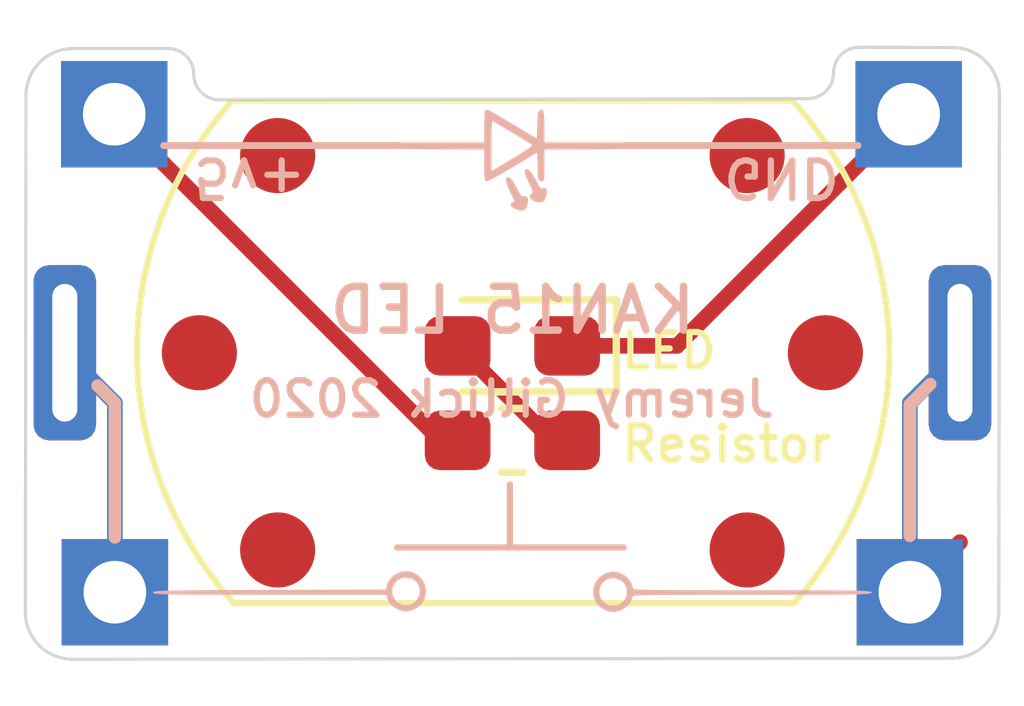
<source format=kicad_pcb>
(kicad_pcb (version 20171130) (host pcbnew "(5.1.6-0-10_14)")

  (general
    (thickness 1.6)
    (drawings 24)
    (tracks 11)
    (zones 0)
    (modules 10)
    (nets 6)
  )

  (page A4)
  (layers
    (0 F.Cu signal)
    (31 B.Cu signal)
    (32 B.Adhes user)
    (33 F.Adhes user)
    (34 B.Paste user)
    (35 F.Paste user)
    (36 B.SilkS user)
    (37 F.SilkS user)
    (38 B.Mask user)
    (39 F.Mask user)
    (40 Dwgs.User user)
    (41 Cmts.User user)
    (42 Eco1.User user)
    (43 Eco2.User user)
    (44 Edge.Cuts user)
    (45 Margin user)
    (46 B.CrtYd user)
    (47 F.CrtYd user)
    (48 B.Fab user)
    (49 F.Fab user hide)
  )

  (setup
    (last_trace_width 0.25)
    (trace_clearance 0.2)
    (zone_clearance 0.508)
    (zone_45_only no)
    (trace_min 0.2)
    (via_size 0.8)
    (via_drill 0.4)
    (via_min_size 0.4)
    (via_min_drill 0.3)
    (uvia_size 0.3)
    (uvia_drill 0.1)
    (uvias_allowed no)
    (uvia_min_size 0.2)
    (uvia_min_drill 0.1)
    (edge_width 0.05)
    (segment_width 0.2)
    (pcb_text_width 0.3)
    (pcb_text_size 1.5 1.5)
    (mod_edge_width 0.12)
    (mod_text_size 1 1)
    (mod_text_width 0.15)
    (pad_size 1.524 1.524)
    (pad_drill 0.762)
    (pad_to_mask_clearance 0.05)
    (aux_axis_origin 0 0)
    (visible_elements FFFFFF7F)
    (pcbplotparams
      (layerselection 0x010fc_ffffffff)
      (usegerberextensions false)
      (usegerberattributes true)
      (usegerberadvancedattributes true)
      (creategerberjobfile true)
      (excludeedgelayer true)
      (linewidth 0.100000)
      (plotframeref false)
      (viasonmask false)
      (mode 1)
      (useauxorigin false)
      (hpglpennumber 1)
      (hpglpenspeed 20)
      (hpglpendiameter 15.000000)
      (psnegative false)
      (psa4output false)
      (plotreference true)
      (plotvalue true)
      (plotinvisibletext false)
      (padsonsilk false)
      (subtractmaskfromsilk false)
      (outputformat 1)
      (mirror false)
      (drillshape 1)
      (scaleselection 1)
      (outputdirectory ""))
  )

  (net 0 "")
  (net 1 "Net-(J2-Pad1)")
  (net 2 "Net-(J3-Pad1)")
  (net 3 "Net-(D1-Pad2)")
  (net 4 "Net-(D1-Pad1)")
  (net 5 "Net-(J1-Pad1)")

  (net_class Default "This is the default net class."
    (clearance 0.2)
    (trace_width 0.25)
    (via_dia 0.8)
    (via_drill 0.4)
    (uvia_dia 0.3)
    (uvia_drill 0.1)
    (add_net "Net-(D1-Pad1)")
    (add_net "Net-(D1-Pad2)")
    (add_net "Net-(J1-Pad1)")
    (add_net "Net-(J2-Pad1)")
    (add_net "Net-(J3-Pad1)")
  )

  (module project-lib:Connection_Points (layer F.Cu) (tedit 5F73D40D) (tstamp 5F73F167)
    (at 100 100)
    (fp_text reference ConnPoints (at -0.04 8.07) (layer F.SilkS) hide
      (effects (font (size 1 1) (thickness 0.15)))
    )
    (fp_text value Connection_Points (at 0 6.31) (layer F.Fab)
      (effects (font (size 1 1) (thickness 0.15)))
    )
    (pad "" smd circle (at 3.75 3.15) (size 1.2 1.2) (layers F.Cu F.Paste F.Mask))
    (pad "" smd circle (at 3.75 -3.15) (size 1.2 1.2) (layers F.Cu F.Paste F.Mask))
    (pad "" smd circle (at 5 0) (size 1.2 1.2) (layers F.Cu F.Paste F.Mask))
    (pad "" smd circle (at -3.75 3.15) (size 1.2 1.2) (layers F.Cu F.Paste F.Mask))
    (pad "" smd circle (at -3.75 -3.15) (size 1.2 1.2) (layers F.Cu F.Paste F.Mask))
    (pad "" smd circle (at -5 0) (size 1.2 1.2) (layers F.Cu F.Paste F.Mask))
  )

  (module project-lib:switch_large (layer B.Cu) (tedit 5F6450FA) (tstamp 5F6C9F01)
    (at 100 103.1 180)
    (fp_text reference Ref** (at 0.11 -3.65) (layer B.SilkS) hide
      (effects (font (size 1.27 1.27) (thickness 0.15)) (justify mirror))
    )
    (fp_text value Val** (at 0.16 1.74) (layer B.SilkS) hide
      (effects (font (size 1.27 1.27) (thickness 0.15)) (justify mirror))
    )
    (fp_line (start -1.778 -0.010583) (end 1.8415 -0.010583) (layer B.SilkS) (width 0.1))
    (fp_line (start 0.04 0.994833) (end 0.04 0.01) (layer B.SilkS) (width 0.1))
    (fp_circle (center 1.7 -0.709803) (end 1.97 -0.720133) (layer B.SilkS) (width 0.1))
    (fp_circle (center -1.610197 -0.71967) (end -1.340197 -0.73) (layer B.SilkS) (width 0.1))
    (fp_poly (pts (xy -1.509241 -0.447022) (xy -1.482501 -0.457219) (xy -1.396826 -0.512108) (xy -1.338378 -0.59145)
      (xy -1.309342 -0.685567) (xy -1.311902 -0.784779) (xy -1.348244 -0.879407) (xy -1.378026 -0.920013)
      (xy -1.412849 -0.957598) (xy -1.443762 -0.979864) (xy -1.483121 -0.990819) (xy -1.543285 -0.994473)
      (xy -1.608666 -0.994833) (xy -1.692253 -0.994006) (xy -1.745865 -0.988852) (xy -1.781861 -0.975362)
      (xy -1.8126 -0.949526) (xy -1.839307 -0.920013) (xy -1.878931 -0.86641) (xy -1.902319 -0.81839)
      (xy -1.905 -0.803597) (xy -1.905716 -0.796473) (xy -1.909579 -0.790212) (xy -1.919155 -0.78476)
      (xy -1.937013 -0.780059) (xy -1.965723 -0.776055) (xy -2.007852 -0.77269) (xy -2.065969 -0.769911)
      (xy -2.142642 -0.76766) (xy -2.24044 -0.765883) (xy -2.361932 -0.764522) (xy -2.509685 -0.763524)
      (xy -2.686269 -0.762831) (xy -2.894252 -0.762388) (xy -3.136202 -0.762139) (xy -3.414688 -0.762028)
      (xy -3.732279 -0.762) (xy -3.820583 -0.762) (xy -4.151792 -0.761938) (xy -4.443152 -0.761727)
      (xy -4.697148 -0.761324) (xy -4.916264 -0.760689) (xy -5.102985 -0.75978) (xy -5.259796 -0.758556)
      (xy -5.38918 -0.756977) (xy -5.493622 -0.755) (xy -5.575608 -0.752584) (xy -5.63762 -0.749689)
      (xy -5.682144 -0.746274) (xy -5.711665 -0.742296) (xy -5.728666 -0.737715) (xy -5.735633 -0.73249)
      (xy -5.736166 -0.73025) (xy -5.734958 -0.728457) (xy -1.845733 -0.728457) (xy -1.826951 -0.816076)
      (xy -1.776662 -0.886469) (xy -1.703948 -0.934429) (xy -1.617894 -0.954748) (xy -1.527582 -0.942219)
      (xy -1.49615 -0.928856) (xy -1.426729 -0.871883) (xy -1.385328 -0.7934) (xy -1.374639 -0.70543)
      (xy -1.397353 -0.620001) (xy -1.419302 -0.585447) (xy -1.489366 -0.525346) (xy -1.5712 -0.498639)
      (xy -1.655853 -0.502325) (xy -1.734376 -0.533402) (xy -1.797817 -0.588869) (xy -1.837227 -0.665724)
      (xy -1.845733 -0.728457) (xy -5.734958 -0.728457) (xy -5.732466 -0.72476) (xy -5.719708 -0.719931)
      (xy -5.695408 -0.715721) (xy -5.657081 -0.712089) (xy -5.602243 -0.708995) (xy -5.52841 -0.706395)
      (xy -5.433096 -0.704251) (xy -5.313818 -0.70252) (xy -5.168091 -0.701161) (xy -4.993431 -0.700133)
      (xy -4.787352 -0.699395) (xy -4.547371 -0.698906) (xy -4.271003 -0.698624) (xy -3.955764 -0.698509)
      (xy -3.820583 -0.6985) (xy -3.490178 -0.698445) (xy -3.199599 -0.698252) (xy -2.946338 -0.697877)
      (xy -2.727888 -0.697278) (xy -2.541741 -0.696412) (xy -2.38539 -0.695236) (xy -2.256327 -0.693707)
      (xy -2.152045 -0.691781) (xy -2.070036 -0.689417) (xy -2.007794 -0.686571) (xy -1.962809 -0.6832)
      (xy -1.932576 -0.679261) (xy -1.914586 -0.674712) (xy -1.906332 -0.669509) (xy -1.905 -0.665699)
      (xy -1.886096 -0.594199) (xy -1.835917 -0.525192) (xy -1.764265 -0.471415) (xy -1.750138 -0.464468)
      (xy -1.663684 -0.432588) (xy -1.590041 -0.426953) (xy -1.509241 -0.447022)) (layer B.SilkS) (width 0.01))
    (fp_poly (pts (xy 1.767228 -0.426046) (xy 1.81949 -0.437909) (xy 1.864216 -0.46451) (xy 1.893632 -0.488984)
      (xy 1.94363 -0.543996) (xy 1.979226 -0.603102) (xy 1.985672 -0.621275) (xy 2.002939 -0.687917)
      (xy 3.869553 -0.693323) (xy 4.196432 -0.694335) (xy 4.48349 -0.695389) (xy 4.733236 -0.696535)
      (xy 4.948182 -0.697823) (xy 5.130839 -0.699304) (xy 5.283718 -0.701026) (xy 5.409331 -0.70304)
      (xy 5.510188 -0.705395) (xy 5.588801 -0.708141) (xy 5.647681 -0.711329) (xy 5.689338 -0.715008)
      (xy 5.716285 -0.719227) (xy 5.731031 -0.724037) (xy 5.736089 -0.729487) (xy 5.736167 -0.730365)
      (xy 5.732396 -0.7359) (xy 5.719409 -0.740761) (xy 5.694693 -0.744991) (xy 5.655737 -0.748631)
      (xy 5.600028 -0.751726) (xy 5.525056 -0.754316) (xy 5.428307 -0.756445) (xy 5.30727 -0.758155)
      (xy 5.159433 -0.759488) (xy 4.982283 -0.760488) (xy 4.77331 -0.761196) (xy 4.530001 -0.761655)
      (xy 4.249844 -0.761909) (xy 3.930327 -0.761998) (xy 3.867169 -0.762) (xy 1.998171 -0.762)
      (xy 1.970852 -0.83755) (xy 1.920888 -0.91854) (xy 1.840375 -0.970523) (xy 1.729913 -0.993159)
      (xy 1.693334 -0.994191) (xy 1.603883 -0.986325) (xy 1.533823 -0.965904) (xy 1.521308 -0.959195)
      (xy 1.448424 -0.891228) (xy 1.407402 -0.796808) (xy 1.398225 -0.709665) (xy 1.460971 -0.709665)
      (xy 1.478395 -0.803655) (xy 1.526309 -0.876616) (xy 1.596467 -0.924596) (xy 1.680623 -0.943641)
      (xy 1.770529 -0.929799) (xy 1.8415 -0.892065) (xy 1.893604 -0.831699) (xy 1.926311 -0.750813)
      (xy 1.931746 -0.669623) (xy 1.93067 -0.663208) (xy 1.909523 -0.615233) (xy 1.869496 -0.561066)
      (xy 1.858373 -0.549295) (xy 1.799968 -0.503993) (xy 1.735373 -0.487592) (xy 1.71148 -0.486833)
      (xy 1.605033 -0.502709) (xy 1.525669 -0.548433) (xy 1.4766 -0.621147) (xy 1.460971 -0.709665)
      (xy 1.398225 -0.709665) (xy 1.397 -0.698035) (xy 1.400231 -0.62945) (xy 1.415342 -0.581503)
      (xy 1.450463 -0.53515) (xy 1.479177 -0.50551) (xy 1.528423 -0.459446) (xy 1.569549 -0.434856)
      (xy 1.619726 -0.42505) (xy 1.690107 -0.423333) (xy 1.767228 -0.426046)) (layer B.SilkS) (width 0.01))
    (fp_poly (pts (xy 0.353136 0.021101) (xy 0.634744 0.020875) (xy 0.879129 0.020444) (xy 1.088847 0.019762)
      (xy 1.266454 0.018785) (xy 1.414503 0.017467) (xy 1.535552 0.015765) (xy 1.632154 0.013634)
      (xy 1.706865 0.011027) (xy 1.762242 0.007902) (xy 1.800838 0.004212) (xy 1.825209 -0.000087)
      (xy 1.837911 -0.005039) (xy 1.8415 -0.010583) (xy 1.837772 -0.016222) (xy 1.824884 -0.021162)
      (xy 1.800281 -0.025449) (xy 1.761408 -0.029129) (xy 1.705709 -0.032245) (xy 1.63063 -0.034842)
      (xy 1.533614 -0.036966) (xy 1.412106 -0.03866) (xy 1.263551 -0.039971) (xy 1.085395 -0.040943)
      (xy 0.87508 -0.04162) (xy 0.630053 -0.042047) (xy 0.347758 -0.04227) (xy 0.03175 -0.042333)
      (xy -0.289636 -0.042268) (xy -0.571244 -0.042042) (xy -0.815629 -0.04161) (xy -1.025347 -0.040928)
      (xy -1.202953 -0.039951) (xy -1.351003 -0.038634) (xy -1.472051 -0.036932) (xy -1.568653 -0.0348)
      (xy -1.643365 -0.032194) (xy -1.698741 -0.029068) (xy -1.737338 -0.025378) (xy -1.761709 -0.02108)
      (xy -1.774411 -0.016127) (xy -1.778 -0.010583) (xy -1.774272 -0.004945) (xy -1.761384 -0.000004)
      (xy -1.736781 0.004283) (xy -1.697908 0.007962) (xy -1.642209 0.011078) (xy -1.567129 0.013676)
      (xy -1.470113 0.015799) (xy -1.348606 0.017494) (xy -1.200051 0.018805) (xy -1.021894 0.019776)
      (xy -0.81158 0.020453) (xy -0.566553 0.020881) (xy -0.284257 0.021104) (xy 0.03175 0.021167)
      (xy 0.353136 0.021101)) (layer B.SilkS) (width 0.01))
    (fp_poly (pts (xy 0.042145 0.989873) (xy 0.050044 0.971734) (xy 0.055773 0.935529) (xy 0.059657 0.87637)
      (xy 0.062022 0.78937) (xy 0.063194 0.669642) (xy 0.0635 0.518583) (xy 0.063169 0.362659)
      (xy 0.06196 0.244176) (xy 0.059547 0.158248) (xy 0.055603 0.099988) (xy 0.049803 0.064508)
      (xy 0.041821 0.046921) (xy 0.03175 0.042333) (xy 0.021355 0.047294) (xy 0.013456 0.065433)
      (xy 0.007728 0.101638) (xy 0.003844 0.160797) (xy 0.001478 0.247797) (xy 0.000306 0.367525)
      (xy 0 0.518583) (xy 0.000331 0.674508) (xy 0.00154 0.792991) (xy 0.003954 0.878919)
      (xy 0.007898 0.937179) (xy 0.013698 0.972659) (xy 0.02168 0.990246) (xy 0.03175 0.994833)
      (xy 0.042145 0.989873)) (layer B.SilkS) (width 0.01))
  )

  (module project-lib:LED_symbol (layer B.Cu) (tedit 0) (tstamp 5F6C9E2D)
    (at 100.02 96.94)
    (fp_text reference Ref** (at 0 0) (layer B.SilkS) hide
      (effects (font (size 1.27 1.27) (thickness 0.15)) (justify mirror))
    )
    (fp_text value Val** (at 0 0) (layer B.SilkS) hide
      (effects (font (size 1.27 1.27) (thickness 0.15)) (justify mirror))
    )
    (fp_poly (pts (xy 0.176385 0.774361) (xy 0.207452 0.728215) (xy 0.224209 0.663752) (xy 0.225984 0.59822)
      (xy 0.201248 0.564898) (xy 0.151015 0.564622) (xy 0.127017 0.55804) (xy 0.097369 0.523398)
      (xy 0.058456 0.455909) (xy 0.037115 0.413861) (xy -0.015103 0.31962) (xy -0.058233 0.266499)
      (xy -0.092497 0.254323) (xy -0.118117 0.282915) (xy -0.120384 0.288456) (xy -0.117684 0.323881)
      (xy -0.097502 0.386064) (xy -0.063222 0.464931) (xy -0.056219 0.479306) (xy -0.015581 0.561901)
      (xy 0.00822 0.613698) (xy 0.017038 0.641881) (xy 0.012727 0.653634) (xy -0.00286 0.656143)
      (xy -0.010583 0.656167) (xy -0.036718 0.673672) (xy -0.042333 0.69651) (xy -0.027442 0.728927)
      (xy 0.021224 0.757465) (xy 0.052747 0.769251) (xy 0.127249 0.786544) (xy 0.176385 0.774361)) (layer B.SilkS) (width 0.01))
    (fp_poly (pts (xy 0.474884 0.642962) (xy 0.503045 0.597429) (xy 0.50593 0.589508) (xy 0.527 0.504843)
      (xy 0.521257 0.449927) (xy 0.506156 0.432777) (xy 0.473234 0.432812) (xy 0.459493 0.442207)
      (xy 0.441764 0.443447) (xy 0.415748 0.415439) (xy 0.378452 0.35434) (xy 0.350212 0.301721)
      (xy 0.294791 0.20648) (xy 0.247516 0.147867) (xy 0.209762 0.127056) (xy 0.182904 0.145223)
      (xy 0.178452 0.154934) (xy 0.181917 0.187327) (xy 0.201701 0.245783) (xy 0.233862 0.319191)
      (xy 0.244263 0.340347) (xy 0.282009 0.417144) (xy 0.301918 0.465477) (xy 0.306012 0.494268)
      (xy 0.296315 0.512438) (xy 0.285342 0.521499) (xy 0.260983 0.556668) (xy 0.271569 0.593732)
      (xy 0.310464 0.626649) (xy 0.371031 0.649374) (xy 0.433224 0.656167) (xy 0.474884 0.642962)) (layer B.SilkS) (width 0.01))
    (fp_poly (pts (xy -0.400066 0.306947) (xy -0.341336 0.27752) (xy -0.258352 0.232439) (xy -0.15703 0.174945)
      (xy -0.043285 0.108278) (xy -0.005994 0.085995) (xy 0.379595 -0.145471) (xy 0.385589 0.080723)
      (xy 0.388717 0.180889) (xy 0.392915 0.246417) (xy 0.399955 0.284998) (xy 0.411607 0.304319)
      (xy 0.42964 0.312072) (xy 0.439209 0.313681) (xy 0.459233 0.315127) (xy 0.472672 0.308154)
      (xy 0.480839 0.285913) (xy 0.485046 0.241556) (xy 0.486607 0.168234) (xy 0.486834 0.065243)
      (xy 0.486834 -0.189958) (xy 1.232959 -0.195521) (xy 1.979084 -0.201083) (xy 1.985847 -0.248708)
      (xy 1.992611 -0.296333) (xy 0.486834 -0.296333) (xy 0.486834 -0.549084) (xy 0.485151 -0.67022)
      (xy 0.479308 -0.753167) (xy 0.468113 -0.801967) (xy 0.450377 -0.820661) (xy 0.424907 -0.81329)
      (xy 0.411823 -0.803564) (xy 0.396451 -0.778744) (xy 0.386804 -0.730498) (xy 0.381985 -0.652001)
      (xy 0.381 -0.568908) (xy 0.380127 -0.480646) (xy 0.377776 -0.410808) (xy 0.374346 -0.368408)
      (xy 0.37172 -0.359833) (xy 0.351606 -0.370244) (xy 0.300822 -0.399302) (xy 0.224925 -0.44375)
      (xy 0.12947 -0.500329) (xy 0.020013 -0.565779) (xy -0.006371 -0.581631) (xy -0.140739 -0.662289)
      (xy -0.243474 -0.723373) (xy -0.319145 -0.767252) (xy -0.372322 -0.796293) (xy -0.407575 -0.812865)
      (xy -0.429473 -0.819337) (xy -0.442585 -0.818078) (xy -0.450897 -0.812047) (xy -0.456671 -0.786228)
      (xy -0.461387 -0.726976) (xy -0.46455 -0.643188) (xy -0.465666 -0.546805) (xy -0.465666 -0.296333)
      (xy -1.971444 -0.296333) (xy -1.964251 -0.245684) (xy -0.359833 -0.245684) (xy -0.359064 -0.371991)
      (xy -0.35692 -0.481819) (xy -0.353646 -0.568933) (xy -0.349487 -0.627091) (xy -0.344688 -0.650055)
      (xy -0.343958 -0.650096) (xy -0.321212 -0.6369) (xy -0.268535 -0.605931) (xy -0.192407 -0.561011)
      (xy -0.09931 -0.505961) (xy -0.03175 -0.465954) (xy 0.070266 -0.404978) (xy 0.160608 -0.349978)
      (xy 0.232431 -0.305198) (xy 0.278892 -0.274885) (xy 0.292073 -0.265112) (xy 0.295082 -0.251826)
      (xy 0.278949 -0.230988) (xy 0.239945 -0.199866) (xy 0.174342 -0.155727) (xy 0.07841 -0.095838)
      (xy -0.020136 -0.036273) (xy -0.359833 0.167296) (xy -0.359833 -0.245684) (xy -1.964251 -0.245684)
      (xy -1.957916 -0.201083) (xy -1.211791 -0.195521) (xy -0.465666 -0.189958) (xy -0.465666 0.063771)
      (xy -0.465097 0.171526) (xy -0.462718 0.243846) (xy -0.457523 0.287624) (xy -0.448506 0.309749)
      (xy -0.434661 0.317114) (xy -0.428625 0.31748) (xy -0.400066 0.306947)) (layer B.SilkS) (width 0.01))
  )

  (module Connector_PinHeader_2.54mm:PinHeader_1x01_P2.54mm_Vertical (layer F.Cu) (tedit 5F6C24BC) (tstamp 5F6C2943)
    (at 106.33 96.19)
    (descr "Through hole straight pin header, 1x01, 2.54mm pitch, single row")
    (tags "Through hole pin header THT 1x01 2.54mm single row")
    (path /5F634835)
    (fp_text reference J4 (at 0 -2.33) (layer F.SilkS) hide
      (effects (font (size 1 1) (thickness 0.15)))
    )
    (fp_text value GND (at 0 2.33) (layer F.Fab)
      (effects (font (size 1 1) (thickness 0.15)))
    )
    (fp_line (start 1.8 -1.8) (end -1.8 -1.8) (layer F.CrtYd) (width 0.05))
    (fp_line (start 1.8 1.8) (end 1.8 -1.8) (layer F.CrtYd) (width 0.05))
    (fp_line (start -1.8 1.8) (end 1.8 1.8) (layer F.CrtYd) (width 0.05))
    (fp_line (start -1.8 -1.8) (end -1.8 1.8) (layer F.CrtYd) (width 0.05))
    (fp_line (start -1.27 -0.635) (end -0.635 -1.27) (layer F.Fab) (width 0.1))
    (fp_line (start -1.27 1.27) (end -1.27 -0.635) (layer F.Fab) (width 0.1))
    (fp_line (start 1.27 -1.27) (end 1.27 1.27) (layer F.Fab) (width 0.1))
    (fp_line (start -0.635 -1.27) (end 1.27 -1.27) (layer F.Fab) (width 0.1))
    (fp_text user %R (at 0 0 90) (layer F.Fab)
      (effects (font (size 1 1) (thickness 0.15)))
    )
    (pad 1 thru_hole rect (at 0 0) (size 1.7 1.7) (drill 1) (layers *.Cu *.Mask)
      (net 4 "Net-(D1-Pad1)"))
  )

  (module Connector_PinHeader_2.54mm:PinHeader_1x01_P2.54mm_Vertical (layer F.Cu) (tedit 5F6C24B2) (tstamp 5F6C28F8)
    (at 93.64 96.19)
    (descr "Through hole straight pin header, 1x01, 2.54mm pitch, single row")
    (tags "Through hole pin header THT 1x01 2.54mm single row")
    (path /5F634D6F)
    (fp_text reference J1 (at 0 -2.33) (layer F.SilkS) hide
      (effects (font (size 1 1) (thickness 0.15)))
    )
    (fp_text value VCC (at 0 2.33) (layer F.Fab)
      (effects (font (size 1 1) (thickness 0.15)))
    )
    (fp_line (start 1.8 -1.8) (end -1.8 -1.8) (layer F.CrtYd) (width 0.05))
    (fp_line (start 1.8 1.8) (end 1.8 -1.8) (layer F.CrtYd) (width 0.05))
    (fp_line (start -1.8 1.8) (end 1.8 1.8) (layer F.CrtYd) (width 0.05))
    (fp_line (start -1.8 -1.8) (end -1.8 1.8) (layer F.CrtYd) (width 0.05))
    (fp_line (start -1.27 -0.635) (end -0.635 -1.27) (layer F.Fab) (width 0.1))
    (fp_line (start -1.27 1.27) (end -1.27 -0.635) (layer F.Fab) (width 0.1))
    (fp_line (start 1.27 -1.27) (end 1.27 1.27) (layer F.Fab) (width 0.1))
    (fp_line (start -0.635 -1.27) (end 1.27 -1.27) (layer F.Fab) (width 0.1))
    (fp_text user %R (at 0 0 90) (layer F.Fab)
      (effects (font (size 1 1) (thickness 0.15)))
    )
    (pad 1 thru_hole rect (at 0 0) (size 1.7 1.7) (drill 1) (layers *.Cu *.Mask)
      (net 5 "Net-(J1-Pad1)"))
  )

  (module "Jeremy Button/Switch:SW_KAN-15_PHT" (layer F.Cu) (tedit 5F6C29EA) (tstamp 5F6C8D64)
    (at 100 100)
    (descr "PUSH BUTTON SWITCH - DC30V 1A - https://www.aliexpress.com/item/32818559623.html")
    (tags "flashlight pushbutton")
    (path /5F6C2F19)
    (fp_text reference SW1 (at 0 0.15 180) (layer F.SilkS) hide
      (effects (font (size 1 1) (thickness 0.15)))
    )
    (fp_text value SW_SPST (at 0.4 5.375 180) (layer F.Fab)
      (effects (font (size 1 1) (thickness 0.15)))
    )
    (fp_line (start -4.45 4) (end 4.5 4) (layer F.SilkS) (width 0.1))
    (fp_line (start 4.474321 -4.028703) (end -4.475679 -4.028703) (layer F.SilkS) (width 0.1))
    (fp_line (start -6.21 -4.2) (end -0.01 -4.2) (layer F.CrtYd) (width 0.05))
    (fp_line (start -0.01 -4.2) (end -0.01 -2.25) (layer F.CrtYd) (width 0.05))
    (fp_line (start 6.166885 -4.192841) (end 0.01 -4.2) (layer F.CrtYd) (width 0.05))
    (fp_line (start 0.01 -4.2) (end 0.01 -2.25) (layer F.CrtYd) (width 0.05))
    (fp_line (start 0.01 -2.25) (end 3.56 -2.25) (layer F.CrtYd) (width 0.05))
    (fp_line (start -0.01 -2.25) (end -3.55 -2.25) (layer F.CrtYd) (width 0.05))
    (fp_line (start 6.16 4.2) (end 0.01 4.2) (layer F.CrtYd) (width 0.05))
    (fp_line (start 0.01 4.2) (end 0.01 2.25) (layer F.CrtYd) (width 0.05))
    (fp_line (start 0.01 2.25) (end 3.56 2.249999) (layer F.CrtYd) (width 0.05))
    (fp_line (start -6.216885 4.192841) (end -0.01 4.2) (layer F.CrtYd) (width 0.05))
    (fp_line (start -0.01 4.2) (end -0.01 2.25) (layer F.CrtYd) (width 0.05))
    (fp_line (start -0.01 2.25) (end -3.55 2.249999) (layer F.CrtYd) (width 0.05))
    (fp_arc (start -2.05 -0.000001) (end 3.56 2.249999) (angle -43.70842119) (layer F.CrtYd) (width 0.05))
    (fp_arc (start 1.8 0) (end 6.16 4.2) (angle -87.76434705) (layer F.CrtYd) (width 0.05))
    (fp_arc (start 2.06 0) (end -3.55 -2.25) (angle -43.70842119) (layer F.CrtYd) (width 0.05))
    (fp_arc (start -1.85 0) (end -6.21 -4.2) (angle -87.76434705) (layer F.CrtYd) (width 0.05))
    (fp_arc (start 0.024321 -0.028703) (end -4.475679 -4.028703) (angle -83.63358372) (layer F.SilkS) (width 0.1))
    (fp_arc (start 0 0) (end 4.5 4) (angle -83.63358372) (layer F.SilkS) (width 0.1))
    (pad 1 thru_hole roundrect (at -7.15 0) (size 1 2.8) (drill oval 0.4 2.2) (layers *.Cu *.Mask) (roundrect_rratio 0.25)
      (net 1 "Net-(J2-Pad1)"))
    (pad 2 thru_hole roundrect (at 7.15 0) (size 1 2.8) (drill oval 0.4 2.2) (layers *.Cu *.Mask) (roundrect_rratio 0.25)
      (net 2 "Net-(J3-Pad1)"))
  )

  (module Resistor_SMD:R_0603_1608Metric_Pad1.05x0.95mm_HandSolder (layer F.Cu) (tedit 5B301BBD) (tstamp 5F6C2954)
    (at 100 101.4 180)
    (descr "Resistor SMD 0603 (1608 Metric), square (rectangular) end terminal, IPC_7351 nominal with elongated pad for handsoldering. (Body size source: http://www.tortai-tech.com/upload/download/2011102023233369053.pdf), generated with kicad-footprint-generator")
    (tags "resistor handsolder")
    (path /5F6309E8)
    (attr smd)
    (fp_text reference Resistor (at -3.42 -0.06) (layer F.SilkS)
      (effects (font (size 0.55 0.55) (thickness 0.1)))
    )
    (fp_text value 200 (at 0 1.43) (layer F.Fab)
      (effects (font (size 1 1) (thickness 0.15)))
    )
    (fp_line (start 1.65 0.73) (end -1.65 0.73) (layer F.CrtYd) (width 0.05))
    (fp_line (start 1.65 -0.73) (end 1.65 0.73) (layer F.CrtYd) (width 0.05))
    (fp_line (start -1.65 -0.73) (end 1.65 -0.73) (layer F.CrtYd) (width 0.05))
    (fp_line (start -1.65 0.73) (end -1.65 -0.73) (layer F.CrtYd) (width 0.05))
    (fp_line (start -0.171267 0.51) (end 0.171267 0.51) (layer F.SilkS) (width 0.12))
    (fp_line (start -0.171267 -0.51) (end 0.171267 -0.51) (layer F.SilkS) (width 0.12))
    (fp_line (start 0.8 0.4) (end -0.8 0.4) (layer F.Fab) (width 0.1))
    (fp_line (start 0.8 -0.4) (end 0.8 0.4) (layer F.Fab) (width 0.1))
    (fp_line (start -0.8 -0.4) (end 0.8 -0.4) (layer F.Fab) (width 0.1))
    (fp_line (start -0.8 0.4) (end -0.8 -0.4) (layer F.Fab) (width 0.1))
    (fp_text user %R (at 0 0) (layer F.Fab)
      (effects (font (size 0.4 0.4) (thickness 0.06)))
    )
    (pad 2 smd roundrect (at 0.875 0 180) (size 1.05 0.95) (layers F.Cu F.Paste F.Mask) (roundrect_rratio 0.25)
      (net 5 "Net-(J1-Pad1)"))
    (pad 1 smd roundrect (at -0.875 0 180) (size 1.05 0.95) (layers F.Cu F.Paste F.Mask) (roundrect_rratio 0.25)
      (net 3 "Net-(D1-Pad2)"))
    (model ${KISYS3DMOD}/Resistor_SMD.3dshapes/R_0603_1608Metric.wrl
      (at (xyz 0 0 0))
      (scale (xyz 1 1 1))
      (rotate (xyz 0 0 0))
    )
  )

  (module LED_SMD:LED_0603_1608Metric_Pad1.05x0.95mm_HandSolder (layer F.Cu) (tedit 5B4B45C9) (tstamp 5F6C28E3)
    (at 100 99.89 180)
    (descr "LED SMD 0603 (1608 Metric), square (rectangular) end terminal, IPC_7351 nominal, (Body size source: http://www.tortai-tech.com/upload/download/2011102023233369053.pdf), generated with kicad-footprint-generator")
    (tags "LED handsolder")
    (path /5F62F391)
    (attr smd)
    (fp_text reference LED (at -2.5 -0.08) (layer F.SilkS)
      (effects (font (size 0.55 0.55) (thickness 0.1)))
    )
    (fp_text value LED (at 0 1.43) (layer F.Fab)
      (effects (font (size 1 1) (thickness 0.15)))
    )
    (fp_line (start 1.65 0.73) (end -1.65 0.73) (layer F.CrtYd) (width 0.05))
    (fp_line (start 1.65 -0.73) (end 1.65 0.73) (layer F.CrtYd) (width 0.05))
    (fp_line (start -1.65 -0.73) (end 1.65 -0.73) (layer F.CrtYd) (width 0.05))
    (fp_line (start -1.65 0.73) (end -1.65 -0.73) (layer F.CrtYd) (width 0.05))
    (fp_line (start -1.66 0.735) (end 0.8 0.735) (layer F.SilkS) (width 0.12))
    (fp_line (start -1.66 -0.735) (end -1.66 0.735) (layer F.SilkS) (width 0.12))
    (fp_line (start 0.8 -0.735) (end -1.66 -0.735) (layer F.SilkS) (width 0.12))
    (fp_line (start 0.8 0.4) (end 0.8 -0.4) (layer F.Fab) (width 0.1))
    (fp_line (start -0.8 0.4) (end 0.8 0.4) (layer F.Fab) (width 0.1))
    (fp_line (start -0.8 -0.1) (end -0.8 0.4) (layer F.Fab) (width 0.1))
    (fp_line (start -0.5 -0.4) (end -0.8 -0.1) (layer F.Fab) (width 0.1))
    (fp_line (start 0.8 -0.4) (end -0.5 -0.4) (layer F.Fab) (width 0.1))
    (fp_text user %R (at 0 0) (layer F.Fab)
      (effects (font (size 0.4 0.4) (thickness 0.06)))
    )
    (pad 2 smd roundrect (at 0.875 0 180) (size 1.05 0.95) (layers F.Cu F.Paste F.Mask) (roundrect_rratio 0.25)
      (net 3 "Net-(D1-Pad2)"))
    (pad 1 smd roundrect (at -0.875 0 180) (size 1.05 0.95) (layers F.Cu F.Paste F.Mask) (roundrect_rratio 0.25)
      (net 4 "Net-(D1-Pad1)"))
    (model ${KISYS3DMOD}/LED_SMD.3dshapes/LED_0603_1608Metric.wrl
      (at (xyz 0 0 0))
      (scale (xyz 1 1 1))
      (rotate (xyz 0 0 0))
    )
  )

  (module Connector_PinHeader_2.54mm:PinHeader_1x01_P2.54mm_Vertical (layer F.Cu) (tedit 5F644FC3) (tstamp 5F634957)
    (at 106.35 103.825 180)
    (descr "Through hole straight pin header, 1x01, 2.54mm pitch, single row")
    (tags "Through hole pin header THT 1x01 2.54mm single row")
    (path /5F63427C)
    (fp_text reference J3 (at 0 -2.33) (layer F.SilkS) hide
      (effects (font (size 1 1) (thickness 0.15)))
    )
    (fp_text value Conn_01x01 (at 0 2.33) (layer F.Fab)
      (effects (font (size 1 1) (thickness 0.15)))
    )
    (fp_line (start -0.635 -1.27) (end 1.27 -1.27) (layer F.Fab) (width 0.1))
    (fp_line (start 1.27 -1.27) (end 1.27 1.27) (layer F.Fab) (width 0.1))
    (fp_line (start 1.27 1.27) (end -1.27 1.27) (layer F.Fab) (width 0.1))
    (fp_line (start -1.27 1.27) (end -1.27 -0.635) (layer F.Fab) (width 0.1))
    (fp_line (start -1.27 -0.635) (end -0.635 -1.27) (layer F.Fab) (width 0.1))
    (fp_line (start -1.8 -1.8) (end -1.8 1.8) (layer F.CrtYd) (width 0.05))
    (fp_line (start -1.8 1.8) (end 1.8 1.8) (layer F.CrtYd) (width 0.05))
    (fp_line (start 1.8 1.8) (end 1.8 -1.8) (layer F.CrtYd) (width 0.05))
    (fp_line (start 1.8 -1.8) (end -1.8 -1.8) (layer F.CrtYd) (width 0.05))
    (fp_text user %R (at 0 0 90) (layer F.Fab)
      (effects (font (size 1 1) (thickness 0.15)))
    )
    (pad 1 thru_hole rect (at 0 0 180) (size 1.7 1.7) (drill 1) (layers *.Cu *.Mask)
      (net 2 "Net-(J3-Pad1)"))
  )

  (module Connector_PinHeader_2.54mm:PinHeader_1x01_P2.54mm_Vertical locked (layer F.Cu) (tedit 5F644FB9) (tstamp 5F639A5D)
    (at 93.65 103.825 90)
    (descr "Through hole straight pin header, 1x01, 2.54mm pitch, single row")
    (tags "Through hole pin header THT 1x01 2.54mm single row")
    (path /5F6336D3)
    (fp_text reference J2 (at 0 -2.33 270) (layer F.SilkS) hide
      (effects (font (size 1 1) (thickness 0.15)))
    )
    (fp_text value Conn_01x01 (at 0 2.33 270) (layer F.Fab)
      (effects (font (size 1 1) (thickness 0.15)))
    )
    (fp_line (start 1.8 -1.8) (end -1.8 -1.8) (layer F.CrtYd) (width 0.05))
    (fp_line (start 1.8 1.8) (end 1.8 -1.8) (layer F.CrtYd) (width 0.05))
    (fp_line (start -1.8 1.8) (end 1.8 1.8) (layer F.CrtYd) (width 0.05))
    (fp_line (start -1.8 -1.8) (end -1.8 1.8) (layer F.CrtYd) (width 0.05))
    (fp_line (start -1.27 -0.635) (end -0.635 -1.27) (layer F.Fab) (width 0.1))
    (fp_line (start -1.27 1.27) (end -1.27 -0.635) (layer F.Fab) (width 0.1))
    (fp_line (start 1.27 -1.27) (end 1.27 1.27) (layer F.Fab) (width 0.1))
    (fp_line (start -0.635 -1.27) (end 1.27 -1.27) (layer F.Fab) (width 0.1))
    (fp_text user %R (at 0 0) (layer F.Fab)
      (effects (font (size 1 1) (thickness 0.15)))
    )
    (pad 1 thru_hole rect (at 0 0 90) (size 1.7 1.7) (drill 1) (layers *.Cu *.Mask)
      (net 1 "Net-(J2-Pad1)"))
  )

  (gr_line (start 93.65 100.8) (end 93.375 100.525) (layer B.SilkS) (width 0.2))
  (gr_line (start 93.65 102.95) (end 93.65 100.8) (layer B.SilkS) (width 0.2))
  (gr_line (start 106.35 100.825) (end 106.35 102.925) (layer B.SilkS) (width 0.2))
  (gr_line (start 106.675 100.5) (end 106.35 100.825) (layer B.SilkS) (width 0.2))
  (gr_text GND (at 104.3 97.2 180) (layer B.SilkS) (tstamp 5F6CA1CB)
    (effects (font (size 0.6 0.6) (thickness 0.1)) (justify mirror))
  )
  (gr_text 5v+ (at 95.8 97.2 180) (layer B.SilkS)
    (effects (font (size 0.6 0.6) (thickness 0.1)) (justify mirror))
  )
  (gr_line (start 95.32 95.96) (end 104.72 95.94) (layer Edge.Cuts) (width 0.05) (tstamp 5F6C9295))
  (gr_line (start 98.17 96.69) (end 94.43 96.69) (layer B.SilkS) (width 0.11))
  (gr_line (start 101.82 96.69) (end 105.52 96.69) (layer B.SilkS) (width 0.11))
  (gr_arc (start 92.980016 95.889999) (end 92.975017 95.14) (angle -89.6180338) (layer Edge.Cuts) (width 0.05) (tstamp 5F6C9297))
  (gr_arc (start 107.029999 95.874999) (end 107.779998 95.87) (angle -89.6180338) (layer Edge.Cuts) (width 0.05) (tstamp 5F6C9296))
  (gr_line (start 92.975017 95.14) (end 94.5 95.14) (layer Edge.Cuts) (width 0.05) (tstamp 5F6C9294))
  (gr_arc (start 94.5 95.55) (end 94.91 95.55) (angle -90) (layer Edge.Cuts) (width 0.05) (tstamp 5F6C9293))
  (gr_arc (start 95.32 95.55) (end 94.91 95.55) (angle -90) (layer Edge.Cuts) (width 0.05) (tstamp 5F6C9292))
  (gr_arc (start 105.54 95.53) (end 105.54 95.12) (angle -90) (layer Edge.Cuts) (width 0.05) (tstamp 5F6C9291))
  (gr_arc (start 104.72 95.53) (end 104.72 95.94) (angle -90) (layer Edge.Cuts) (width 0.05) (tstamp 5F6C9290))
  (gr_line (start 105.54 95.12) (end 107.03 95.124983) (layer Edge.Cuts) (width 0.05) (tstamp 5F6C928F))
  (gr_line (start 107.024983 104.88) (end 92.97 104.895017) (layer Edge.Cuts) (width 0.05) (tstamp 5F6C1B43))
  (gr_arc (start 92.970001 104.145001) (end 92.220002 104.15) (angle -89.6180338) (layer Edge.Cuts) (width 0.05) (tstamp 5F64A964))
  (gr_arc (start 107.019984 104.130001) (end 107.024983 104.88) (angle -89.61803328) (layer Edge.Cuts) (width 0.05) (tstamp 5F6C226A))
  (gr_text "Jeremy Gillick 2020" (at 99.99 100.74) (layer B.SilkS)
    (effects (font (size 0.55 0.55) (thickness 0.1)) (justify mirror))
  )
  (gr_text "KAN15 LED" (at 100 99.32) (layer B.SilkS) (tstamp 5F6C9B63)
    (effects (font (size 0.7 0.7) (thickness 0.12)) (justify mirror))
  )
  (gr_line (start 92.220002 104.15) (end 92.23 95.889998) (layer Edge.Cuts) (width 0.05) (tstamp 5F6C1241))
  (gr_line (start 107.779998 95.87) (end 107.77 104.130002) (layer Edge.Cuts) (width 0.05) (tstamp 5F6C2267))

  (segment (start 93.65 100.8) (end 92.85 100) (width 0.25) (layer B.Cu) (net 1))
  (segment (start 93.65 103.825) (end 93.65 100.8) (width 0.25) (layer B.Cu) (net 1))
  (segment (start 107.15 103.025) (end 106.35 103.825) (width 0.25) (layer F.Cu) (net 2))
  (segment (start 106.35 100.8) (end 107.15 100) (width 0.25) (layer B.Cu) (net 2))
  (segment (start 106.35 103.825) (end 106.35 100.8) (width 0.25) (layer B.Cu) (net 2))
  (segment (start 100.635 101.4) (end 99.125 99.89) (width 0.25) (layer F.Cu) (net 3))
  (segment (start 100.875 101.4) (end 100.635 101.4) (width 0.25) (layer F.Cu) (net 3))
  (segment (start 102.63 99.89) (end 100.875 99.89) (width 0.25) (layer F.Cu) (net 4))
  (segment (start 106.33 96.19) (end 102.63 99.89) (width 0.25) (layer F.Cu) (net 4))
  (segment (start 98.85 101.4) (end 93.64 96.19) (width 0.25) (layer F.Cu) (net 5))
  (segment (start 99.125 101.4) (end 98.85 101.4) (width 0.25) (layer F.Cu) (net 5))

)

</source>
